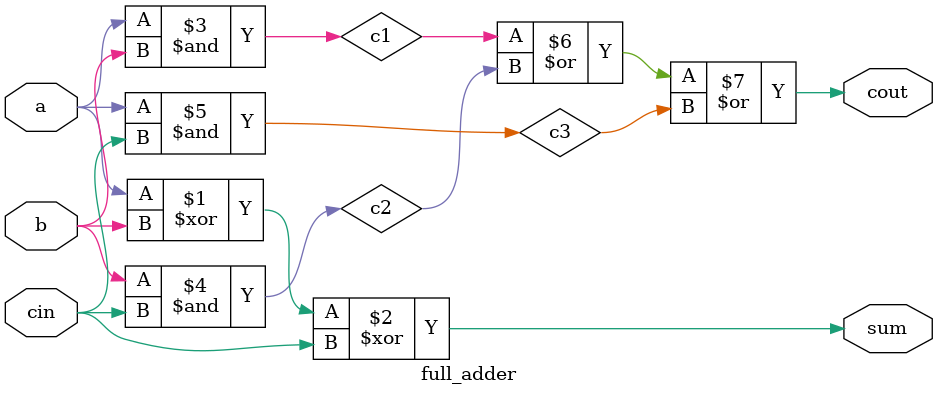
<source format=v>
module full_adder(a,b,cin,sum,cout);
input a,b,cin;
output wire sum,cout;
wire c1,c2,c3;
xor(sum,a,b,cin);
and(c1,a,b);
and(c2,b,cin);
and(c3,a,cin);
or(cout,c1,c2,c3);
endmodule

</source>
